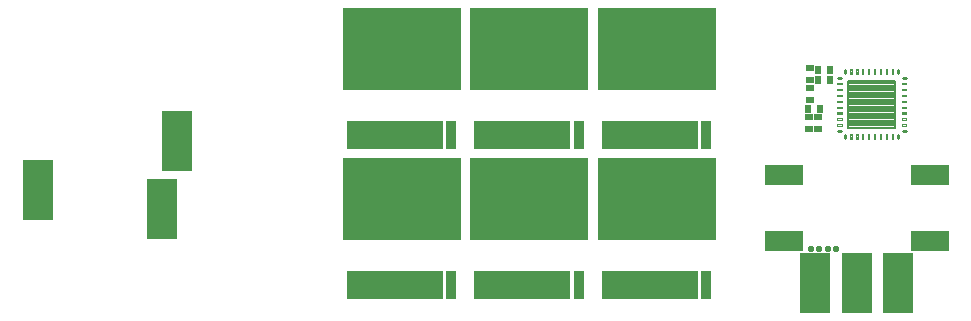
<source format=gbr>
G04 EAGLE Gerber RS-274X export*
G75*
%MOMM*%
%FSLAX34Y34*%
%LPD*%
%INSolderpaste Top*%
%IPPOS*%
%AMOC8*
5,1,8,0,0,1.08239X$1,22.5*%
G01*
%ADD10R,3.200000X1.800000*%
%ADD11R,0.600000X0.700000*%
%ADD12R,0.700000X0.600000*%
%ADD13C,0.207500*%
%ADD14C,0.220000*%
%ADD15C,0.110000*%
%ADD16R,10.000000X7.000000*%
%ADD17R,0.900000X2.400000*%
%ADD18R,8.100000X2.400000*%
%ADD19C,0.558800*%
%ADD20R,2.540000X5.080000*%


D10*
X748665Y175962D03*
X748665Y231962D03*
X872236Y175962D03*
X872236Y231962D03*
D11*
X778019Y312420D03*
X788019Y312420D03*
D12*
X770636Y305165D03*
X770636Y295165D03*
X770636Y312056D03*
X770636Y322056D03*
X770255Y270400D03*
X770255Y280400D03*
X778129Y270400D03*
X778129Y280400D03*
D13*
X803501Y271816D02*
X842927Y271816D01*
X803501Y271816D02*
X803501Y311242D01*
X842927Y311242D01*
X842927Y271816D01*
X842927Y273787D02*
X803501Y273787D01*
X803501Y275758D02*
X842927Y275758D01*
X842927Y277729D02*
X803501Y277729D01*
X803501Y279700D02*
X842927Y279700D01*
X842927Y281671D02*
X803501Y281671D01*
X803501Y283642D02*
X842927Y283642D01*
X842927Y285613D02*
X803501Y285613D01*
X803501Y287584D02*
X842927Y287584D01*
X842927Y289555D02*
X803501Y289555D01*
X803501Y291526D02*
X842927Y291526D01*
X842927Y293497D02*
X803501Y293497D01*
X803501Y295468D02*
X842927Y295468D01*
X842927Y297439D02*
X803501Y297439D01*
X803501Y299410D02*
X842927Y299410D01*
X842927Y301381D02*
X803501Y301381D01*
X803501Y303352D02*
X842927Y303352D01*
X842927Y305323D02*
X803501Y305323D01*
X803501Y307294D02*
X842927Y307294D01*
X842927Y309265D02*
X803501Y309265D01*
X803501Y311236D02*
X842927Y311236D01*
D14*
X797114Y314029D02*
X794314Y314029D01*
D15*
X793764Y309579D02*
X793764Y308479D01*
X793764Y309579D02*
X797664Y309579D01*
X797664Y308479D01*
X793764Y308479D01*
X793764Y309524D02*
X797664Y309524D01*
X797664Y304579D02*
X797664Y303479D01*
X793764Y303479D01*
X793764Y304579D01*
X797664Y304579D01*
X797664Y304524D02*
X793764Y304524D01*
X797664Y299579D02*
X797664Y298479D01*
X793764Y298479D01*
X793764Y299579D01*
X797664Y299579D01*
X797664Y299524D02*
X793764Y299524D01*
X797664Y294579D02*
X797664Y293479D01*
X793764Y293479D01*
X793764Y294579D01*
X797664Y294579D01*
X797664Y294524D02*
X793764Y294524D01*
X797664Y289579D02*
X797664Y288479D01*
X793764Y288479D01*
X793764Y289579D01*
X797664Y289579D01*
X797664Y289524D02*
X793764Y289524D01*
X797664Y284579D02*
X797664Y283479D01*
X793764Y283479D01*
X793764Y284579D01*
X797664Y284579D01*
X797664Y284524D02*
X793764Y284524D01*
X797664Y279579D02*
X797664Y278479D01*
X793764Y278479D01*
X793764Y279579D01*
X797664Y279579D01*
X797664Y279524D02*
X793764Y279524D01*
X797664Y274579D02*
X797664Y273479D01*
X793764Y273479D01*
X793764Y274579D01*
X797664Y274579D01*
X797664Y274524D02*
X793764Y274524D01*
D14*
X794314Y269029D02*
X797114Y269029D01*
X800714Y265429D02*
X800714Y262629D01*
D15*
X805164Y265979D02*
X806264Y265979D01*
X806264Y262079D01*
X805164Y262079D01*
X805164Y265979D01*
X805164Y263124D02*
X806264Y263124D01*
X806264Y264169D02*
X805164Y264169D01*
X805164Y265214D02*
X806264Y265214D01*
X810164Y265979D02*
X811264Y265979D01*
X811264Y262079D01*
X810164Y262079D01*
X810164Y265979D01*
X810164Y263124D02*
X811264Y263124D01*
X811264Y264169D02*
X810164Y264169D01*
X810164Y265214D02*
X811264Y265214D01*
X815164Y265979D02*
X816264Y265979D01*
X816264Y262079D01*
X815164Y262079D01*
X815164Y265979D01*
X815164Y263124D02*
X816264Y263124D01*
X816264Y264169D02*
X815164Y264169D01*
X815164Y265214D02*
X816264Y265214D01*
X820164Y265979D02*
X821264Y265979D01*
X821264Y262079D01*
X820164Y262079D01*
X820164Y265979D01*
X820164Y263124D02*
X821264Y263124D01*
X821264Y264169D02*
X820164Y264169D01*
X820164Y265214D02*
X821264Y265214D01*
X825164Y265979D02*
X826264Y265979D01*
X826264Y262079D01*
X825164Y262079D01*
X825164Y265979D01*
X825164Y263124D02*
X826264Y263124D01*
X826264Y264169D02*
X825164Y264169D01*
X825164Y265214D02*
X826264Y265214D01*
X830164Y265979D02*
X831264Y265979D01*
X831264Y262079D01*
X830164Y262079D01*
X830164Y265979D01*
X830164Y263124D02*
X831264Y263124D01*
X831264Y264169D02*
X830164Y264169D01*
X830164Y265214D02*
X831264Y265214D01*
X835164Y265979D02*
X836264Y265979D01*
X836264Y262079D01*
X835164Y262079D01*
X835164Y265979D01*
X835164Y263124D02*
X836264Y263124D01*
X836264Y264169D02*
X835164Y264169D01*
X835164Y265214D02*
X836264Y265214D01*
X840164Y265979D02*
X841264Y265979D01*
X841264Y262079D01*
X840164Y262079D01*
X840164Y265979D01*
X840164Y263124D02*
X841264Y263124D01*
X841264Y264169D02*
X840164Y264169D01*
X840164Y265214D02*
X841264Y265214D01*
D14*
X845714Y265429D02*
X845714Y262629D01*
X849314Y269029D02*
X852114Y269029D01*
D15*
X848764Y273479D02*
X848764Y274579D01*
X852664Y274579D01*
X852664Y273479D01*
X848764Y273479D01*
X848764Y274524D02*
X852664Y274524D01*
X848764Y278479D02*
X848764Y279579D01*
X852664Y279579D01*
X852664Y278479D01*
X848764Y278479D01*
X848764Y279524D02*
X852664Y279524D01*
X848764Y283479D02*
X848764Y284579D01*
X852664Y284579D01*
X852664Y283479D01*
X848764Y283479D01*
X848764Y284524D02*
X852664Y284524D01*
X848764Y288479D02*
X848764Y289579D01*
X852664Y289579D01*
X852664Y288479D01*
X848764Y288479D01*
X848764Y289524D02*
X852664Y289524D01*
X848764Y293479D02*
X848764Y294579D01*
X852664Y294579D01*
X852664Y293479D01*
X848764Y293479D01*
X848764Y294524D02*
X852664Y294524D01*
X848764Y298479D02*
X848764Y299579D01*
X852664Y299579D01*
X852664Y298479D01*
X848764Y298479D01*
X848764Y299524D02*
X852664Y299524D01*
X848764Y303479D02*
X848764Y304579D01*
X852664Y304579D01*
X852664Y303479D01*
X848764Y303479D01*
X848764Y304524D02*
X852664Y304524D01*
X848764Y308479D02*
X848764Y309579D01*
X852664Y309579D01*
X852664Y308479D01*
X848764Y308479D01*
X848764Y309524D02*
X852664Y309524D01*
D14*
X852114Y314029D02*
X849314Y314029D01*
X845714Y317629D02*
X845714Y320429D01*
D15*
X841264Y317079D02*
X840164Y317079D01*
X840164Y320979D01*
X841264Y320979D01*
X841264Y317079D01*
X841264Y318124D02*
X840164Y318124D01*
X840164Y319169D02*
X841264Y319169D01*
X841264Y320214D02*
X840164Y320214D01*
X836264Y317079D02*
X835164Y317079D01*
X835164Y320979D01*
X836264Y320979D01*
X836264Y317079D01*
X836264Y318124D02*
X835164Y318124D01*
X835164Y319169D02*
X836264Y319169D01*
X836264Y320214D02*
X835164Y320214D01*
X831264Y317079D02*
X830164Y317079D01*
X830164Y320979D01*
X831264Y320979D01*
X831264Y317079D01*
X831264Y318124D02*
X830164Y318124D01*
X830164Y319169D02*
X831264Y319169D01*
X831264Y320214D02*
X830164Y320214D01*
X826264Y317079D02*
X825164Y317079D01*
X825164Y320979D01*
X826264Y320979D01*
X826264Y317079D01*
X826264Y318124D02*
X825164Y318124D01*
X825164Y319169D02*
X826264Y319169D01*
X826264Y320214D02*
X825164Y320214D01*
X821264Y317079D02*
X820164Y317079D01*
X820164Y320979D01*
X821264Y320979D01*
X821264Y317079D01*
X821264Y318124D02*
X820164Y318124D01*
X820164Y319169D02*
X821264Y319169D01*
X821264Y320214D02*
X820164Y320214D01*
X816264Y317079D02*
X815164Y317079D01*
X815164Y320979D01*
X816264Y320979D01*
X816264Y317079D01*
X816264Y318124D02*
X815164Y318124D01*
X815164Y319169D02*
X816264Y319169D01*
X816264Y320214D02*
X815164Y320214D01*
X811264Y317079D02*
X810164Y317079D01*
X810164Y320979D01*
X811264Y320979D01*
X811264Y317079D01*
X811264Y318124D02*
X810164Y318124D01*
X810164Y319169D02*
X811264Y319169D01*
X811264Y320214D02*
X810164Y320214D01*
X806264Y317079D02*
X805164Y317079D01*
X805164Y320979D01*
X806264Y320979D01*
X806264Y317079D01*
X806264Y318124D02*
X805164Y318124D01*
X805164Y319169D02*
X806264Y319169D01*
X806264Y320214D02*
X805164Y320214D01*
D14*
X800714Y320429D02*
X800714Y317629D01*
D16*
X425196Y338111D03*
D17*
X467196Y265111D03*
D18*
X419196Y265111D03*
D19*
X772033Y169291D03*
X779018Y169291D03*
X786003Y169291D03*
X792988Y169291D03*
D11*
X788019Y320294D03*
X778019Y320294D03*
X779510Y287782D03*
X769510Y287782D03*
D20*
X775272Y139891D03*
X810451Y139891D03*
X845693Y139891D03*
D16*
X425196Y211111D03*
D17*
X467196Y138111D03*
D18*
X419196Y138111D03*
D16*
X533146Y338111D03*
D17*
X575146Y265111D03*
D18*
X527146Y265111D03*
D16*
X533146Y211111D03*
D17*
X575146Y138111D03*
D18*
X527146Y138111D03*
D16*
X641096Y338111D03*
D17*
X683096Y265111D03*
D18*
X635096Y265111D03*
D16*
X641096Y211111D03*
D17*
X683096Y138111D03*
D18*
X635096Y138111D03*
D20*
X117475Y219075D03*
X222250Y203200D03*
X234950Y260350D03*
M02*

</source>
